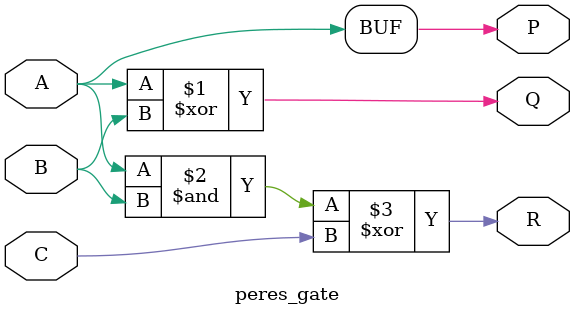
<source format=v>
`timescale 1ns / 1ps


module fulladder(input A, B, C, output sum, carry);
    wire P1, Q1, R1;
    wire P2, Q2, R2;

    peres_gate PG1(.A(A), .B(B), .C(1'b0), .P(P1), .Q(Q1),.R(R1));
 
    peres_gate PG2(.A(Q1), .B(C), .C(1'b0), .P(P2), .Q(sum),.R(R2) );
    
    assign carry = R1 | R2;  

endmodule

module peres_gate(input A, B, C, output P, Q, R);        
    assign P = A;
    assign Q = A ^ B;
    assign R = (A & B) ^ C;
endmodule

</source>
